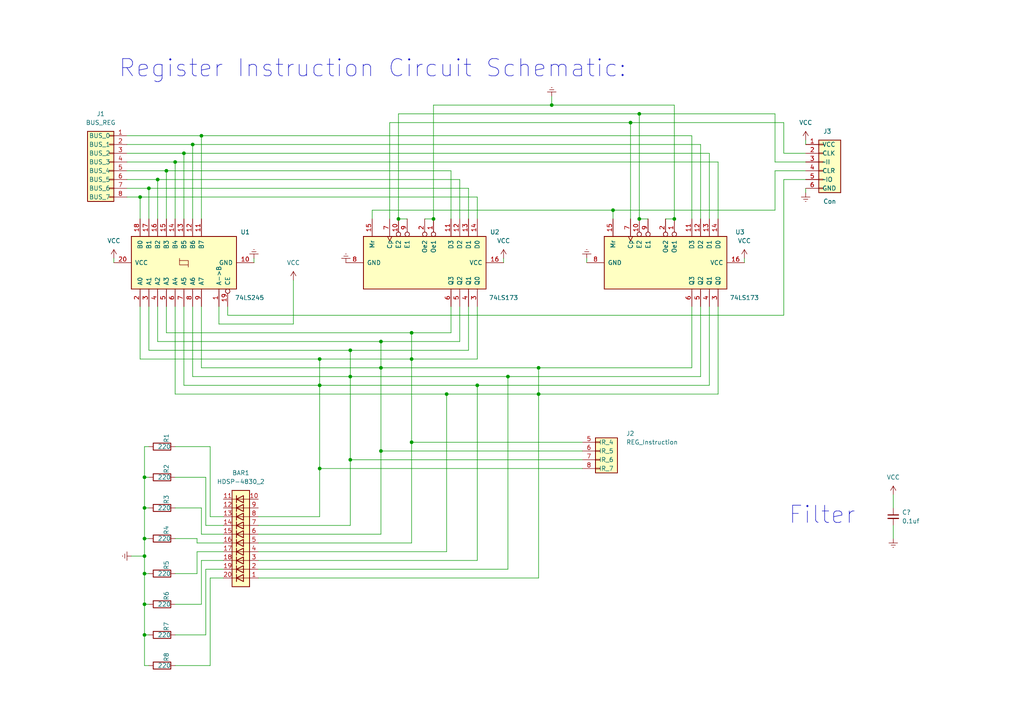
<source format=kicad_sch>
(kicad_sch (version 20211123) (generator eeschema)
  (paper "A4")
  (lib_symbols
    (symbol "74xx:74LS173" (pin_names (offset 1.016))
      (property "Reference" "U" (at -7.62 19.05 0))
      (property "Value" "74LS173" (at -7.62 -19.05 0))
      (symbol "74LS173_1_0"
        (pin input inverted (at -12.7 2.54 0) (length 5.08) (name "Oe1") (number "1"))
        (pin input inverted (at -12.7 -7.62 0) (length 5.08) (name "E2") (number "10"))
        (pin input line (at -12.7 7.62 0) (length 5.08) (name "D3") (number "11"))
        (pin input line (at -12.7 10.16 0) (length 5.08) (name "D2") (number "12"))
        (pin input line (at -12.7 12.7 0) (length 5.08) (name "D1") (number "13"))
        (pin input line (at -12.7 15.24 0) (length 5.08) (name "D0") (number "14"))
        (pin input line (at -12.7 -15.24 0) (length 5.08) (name "Mr") (number "15"))
        (pin power_in line (at 0 22.86 270) (length 5.08) (name "VCC") (number "16"))
        (pin input inverted (at -12.7 0 0) (length 5.08) (name "Oe2") (number "2"))
        (pin tri_state line (at 12.7 15.24 180) (length 5.08) (name "Q0") (number "3"))
        (pin tri_state line (at 12.7 12.7 180) (length 5.08) (name "Q1") (number "4"))
        (pin tri_state line (at 12.7 10.16 180) (length 5.08) (name "Q2") (number "5"))
        (pin tri_state line (at 12.7 7.62 180) (length 5.08) (name "Q3") (number "6"))
        (pin input clock (at -12.7 -10.16 0) (length 5.08) (name "Cp") (number "7"))
        (pin power_in line (at 0 -22.86 90) (length 5.08) (name "GND") (number "8"))
        (pin input inverted (at -12.7 -5.08 0) (length 5.08) (name "E1") (number "9"))
      )
      (symbol "74LS173_1_1"
        (rectangle (start -7.62 17.78) (end 7.62 -17.78) (stroke (width 0.254)) (fill (type background)))
      )
    )
    (symbol "74xx:74LS245" (pin_names (offset 1.016))
      (property "Reference" "U" (at -7.62 16.51 0))
      (property "Value" "74LS245" (at -7.62 -16.51 0))
      (symbol "74LS245_1_0"
        (polyline (pts (xy -0.635 -1.27) (xy -0.635 1.27) (xy 0.635 1.27)))
        (polyline (pts (xy -1.27 -1.27) (xy 0.635 -1.27) (xy 0.635 1.27) (xy 1.27 1.27)))
        (pin input line (at -12.7 -10.16 0) (length 5.08) (name "A->B") (number "1"))
        (pin power_in line (at 0 -20.32 90) (length 5.08) (name "GND") (number "10"))
        (pin tri_state line (at 12.7 -5.08 180) (length 5.08) (name "B7") (number "11"))
        (pin tri_state line (at 12.7 -2.54 180) (length 5.08) (name "B6") (number "12"))
        (pin tri_state line (at 12.7 0 180) (length 5.08) (name "B5") (number "13"))
        (pin tri_state line (at 12.7 2.54 180) (length 5.08) (name "B4") (number "14"))
        (pin tri_state line (at 12.7 5.08 180) (length 5.08) (name "B3") (number "15"))
        (pin tri_state line (at 12.7 7.62 180) (length 5.08) (name "B2") (number "16"))
        (pin tri_state line (at 12.7 10.16 180) (length 5.08) (name "B1") (number "17"))
        (pin tri_state line (at 12.7 12.7 180) (length 5.08) (name "B0") (number "18"))
        (pin input inverted (at -12.7 -12.7 0) (length 5.08) (name "CE") (number "19"))
        (pin tri_state line (at -12.7 12.7 0) (length 5.08) (name "A0") (number "2"))
        (pin power_in line (at 0 20.32 270) (length 5.08) (name "VCC") (number "20"))
        (pin tri_state line (at -12.7 10.16 0) (length 5.08) (name "A1") (number "3"))
        (pin tri_state line (at -12.7 7.62 0) (length 5.08) (name "A2") (number "4"))
        (pin tri_state line (at -12.7 5.08 0) (length 5.08) (name "A3") (number "5"))
        (pin tri_state line (at -12.7 2.54 0) (length 5.08) (name "A4") (number "6"))
        (pin tri_state line (at -12.7 0 0) (length 5.08) (name "A5") (number "7"))
        (pin tri_state line (at -12.7 -2.54 0) (length 5.08) (name "A6") (number "8"))
        (pin tri_state line (at -12.7 -5.08 0) (length 5.08) (name "A7") (number "9"))
      )
      (symbol "74LS245_1_1"
        (rectangle (start -7.62 15.24) (end 7.62 -15.24) (stroke (width 0.254)) (fill (type background)))
      )
    )
    (symbol "Connector_Generic:Conn_01x06" (pin_names (offset 1.016))
      (property "Reference" "J3" (at 0 8.89 0))
      (property "Value" "Con" (at 0 -11.43 0))
      (symbol "Conn_01x06_1_1"
        (rectangle (start -1.27 -7.493) (end 0 -7.747) (stroke (width 0.1524)))
        (rectangle (start -1.27 -4.953) (end 0 -5.207) (stroke (width 0.1524)))
        (rectangle (start -1.27 -2.413) (end 0 -2.667) (stroke (width 0.1524)))
        (rectangle (start -1.27 0.127) (end 0 -0.127) (stroke (width 0.1524)))
        (rectangle (start -1.27 2.667) (end 0 2.413) (stroke (width 0.1524)))
        (rectangle (start -1.27 5.207) (end 0 4.953) (stroke (width 0.1524)))
        (rectangle (start -1.27 6.35) (end 5.08 -8.89) (stroke (width 0.254)) (fill (type background)))
        (pin passive line (at -5.08 5.08 0) (length 3.81) (name "VCC") (number "1"))
        (pin passive line (at -5.08 2.54 0) (length 3.81) (name "CLK") (number "2"))
        (pin passive line (at -5.08 0 0) (length 3.81) (name "~II") (number "3"))
        (pin passive line (at -5.08 -2.54 0) (length 3.81) (name "CLR") (number "4"))
        (pin passive line (at -5.08 -5.08 0) (length 3.81) (name "~IO") (number "5"))
        (pin passive line (at -5.08 -7.62 0) (length 3.81) (name "GND") (number "6"))
      )
    )
    (symbol "Device:C_Small" (pin_numbers hide) (pin_names (offset 0.254) hide)
      (property "Reference" "C" (at 0.254 1.778 0))
      (property "Value" "C_Small" (at 0.254 -2.032 0))
      (symbol "C_Small_0_1"
        (polyline (pts (xy -1.524 -0.508) (xy 1.524 -0.508)) (stroke (width 0.3302)))
        (polyline (pts (xy -1.524 0.508) (xy 1.524 0.508)) (stroke (width 0.3048)))
      )
      (symbol "C_Small_1_1"
        (pin passive line (at 0 2.54 270) (length 2.032) (name "~") (number "1"))
        (pin passive line (at 0 -2.54 90) (length 2.032) (name "~") (number "2"))
      )
    )
    (symbol "Device:R" (pin_numbers hide) (pin_names (offset 0))
      (property "Reference" "R" (at 2.032 0 90))
      (property "Value" "R" (at 0 0 90))
      (symbol "R_0_1"
        (rectangle (start -1.016 -2.54) (end 1.016 2.54) (stroke (width 0.254)))
      )
      (symbol "R_1_1"
        (pin passive line (at 0 3.81 270) (length 1.27) (name "~") (number "1"))
        (pin passive line (at 0 -3.81 90) (length 1.27) (name "~") (number "2"))
      )
    )
    (symbol "Earth_1" (power) (pin_names (offset 0))
      (symbol "Earth_1_0_1"
        (polyline (pts (xy -0.635 -1.905) (xy 0.635 -1.905)))
        (polyline (pts (xy -0.127 -2.54) (xy 0.127 -2.54)))
        (polyline (pts (xy 0 -1.27) (xy 0 0)))
        (polyline (pts (xy 1.27 -1.27) (xy -1.27 -1.27)))
      )
      (symbol "Earth_1_1_1"
        (pin power_in line (at 0 0 270) (length 0) hide (name "Earth") (number "1"))
      )
    )
    (symbol "LED:HDSP-4830_2" (pin_names (offset 1.016) hide)
      (property "Reference" "BAR" (at 0 15.24 0))
      (property "Value" "HDSP-4830_2" (at 0 -17.78 0))
      (symbol "HDSP-4830_2_0_1"
        (rectangle (start -2.54 12.7) (end 2.54 -15.24) (stroke (width 0.254)) (fill (type background)))
        (polyline (pts (xy -2.54 -12.7) (xy 2.54 -12.7)))
        (polyline (pts (xy -2.54 -10.16) (xy 2.54 -10.16)))
        (polyline (pts (xy -2.54 -7.62) (xy 2.54 -7.62)))
        (polyline (pts (xy -2.54 -5.08) (xy 2.54 -5.08)))
        (polyline (pts (xy -2.54 0) (xy 2.54 0)))
        (polyline (pts (xy -2.54 5.08) (xy 2.54 5.08)))
        (polyline (pts (xy -2.54 7.62) (xy 2.54 7.62)))
        (polyline (pts (xy -2.54 10.16) (xy 2.54 10.16)))
        (polyline (pts (xy 1.27 -11.684) (xy 1.27 -13.716)) (stroke (width 0.254)))
        (polyline (pts (xy 1.27 -9.144) (xy 1.27 -11.176)) (stroke (width 0.254)))
        (polyline (pts (xy 1.27 -6.604) (xy 1.27 -8.636)) (stroke (width 0.254)))
        (polyline (pts (xy 1.27 -4.064) (xy 1.27 -6.096)) (stroke (width 0.254)))
        (polyline (pts (xy 1.27 -1.524) (xy 1.27 -3.556)) (stroke (width 0.254)))
        (polyline (pts (xy 1.27 1.016) (xy 1.27 -1.016)) (stroke (width 0.254)))
        (polyline (pts (xy 1.27 3.556) (xy 1.27 1.524)) (stroke (width 0.254)))
        (polyline (pts (xy 1.27 6.096) (xy 1.27 4.064)) (stroke (width 0.254)))
        (polyline (pts (xy 1.27 8.636) (xy 1.27 6.604)) (stroke (width 0.254)))
        (polyline (pts (xy 1.27 11.176) (xy 1.27 9.144)) (stroke (width 0.254)))
        (polyline (pts (xy 2.54 -2.54) (xy -2.54 -2.54)))
        (polyline (pts (xy 2.54 2.54) (xy -2.54 2.54)))
        (polyline (pts (xy -0.762 -11.684) (xy -0.762 -13.716) (xy 1.27 -12.7) (xy -0.762 -11.684)) (stroke (width 0.254)))
        (polyline (pts (xy -0.762 -9.144) (xy -0.762 -11.176) (xy 1.27 -10.16) (xy -0.762 -9.144)) (stroke (width 0.254)))
        (polyline (pts (xy -0.762 -6.604) (xy -0.762 -8.636) (xy 1.27 -7.62) (xy -0.762 -6.604)) (stroke (width 0.254)))
        (polyline (pts (xy -0.762 -4.064) (xy -0.762 -6.096) (xy 1.27 -5.08) (xy -0.762 -4.064)) (stroke (width 0.254)))
        (polyline (pts (xy -0.762 -1.524) (xy -0.762 -3.556) (xy 1.27 -2.54) (xy -0.762 -1.524)) (stroke (width 0.254)))
        (polyline (pts (xy -0.762 1.016) (xy -0.762 -1.016) (xy 1.27 0) (xy -0.762 1.016)) (stroke (width 0.254)))
        (polyline (pts (xy -0.762 3.556) (xy -0.762 1.524) (xy 1.27 2.54) (xy -0.762 3.556)) (stroke (width 0.254)))
        (polyline (pts (xy -0.762 6.096) (xy -0.762 4.064) (xy 1.27 5.08) (xy -0.762 6.096)) (stroke (width 0.254)))
        (polyline (pts (xy -0.762 8.636) (xy -0.762 6.604) (xy 1.27 7.62) (xy -0.762 8.636)) (stroke (width 0.254)))
        (polyline (pts (xy -0.762 11.176) (xy -0.762 9.144) (xy 1.27 10.16) (xy -0.762 11.176)) (stroke (width 0.254)))
      )
      (symbol "HDSP-4830_2_1_1"
        (pin passive line (at -5.08 10.16 0) (length 2.54) (name "A") (number "1"))
        (pin passive line (at -5.08 -12.7 0) (length 2.54) (name "A") (number "10"))
        (pin passive line (at 5.08 -12.7 180) (length 2.54) (name "K") (number "11"))
        (pin passive line (at 5.08 -10.16 180) (length 2.54) (name "K") (number "12"))
        (pin passive line (at 5.08 -7.62 180) (length 2.54) (name "K") (number "13"))
        (pin passive line (at 5.08 -5.08 180) (length 2.54) (name "K") (number "14"))
        (pin passive line (at 5.08 -2.54 180) (length 2.54) (name "K") (number "15"))
        (pin passive line (at 5.08 0 180) (length 2.54) (name "K") (number "16"))
        (pin passive line (at 5.08 2.54 180) (length 2.54) (name "K") (number "17"))
        (pin passive line (at 5.08 5.08 180) (length 2.54) (name "K") (number "18"))
        (pin passive line (at 5.08 7.62 180) (length 2.54) (name "K") (number "19"))
        (pin passive line (at -5.08 7.62 0) (length 2.54) (name "A") (number "2"))
        (pin passive line (at 5.08 10.16 180) (length 2.54) (name "K") (number "20"))
        (pin passive line (at -5.08 5.08 0) (length 2.54) (name "A") (number "3"))
        (pin passive line (at -5.08 2.54 0) (length 2.54) (name "A") (number "4"))
        (pin passive line (at -5.08 0 0) (length 2.54) (name "A") (number "5"))
        (pin passive line (at -5.08 -2.54 0) (length 2.54) (name "A") (number "6"))
        (pin passive line (at -5.08 -5.08 0) (length 2.54) (name "A") (number "7"))
        (pin passive line (at -5.08 -7.62 0) (length 2.54) (name "A") (number "8"))
        (pin passive line (at -5.08 -10.16 0) (length 2.54) (name "A") (number "9"))
      )
    )
    (symbol "Register_A_Library:BUS_REG" (pin_names (offset 1.016))
      (property "Reference" "J?" (at 0 16.51 0))
      (property "Value" "BUS_REG" (at 0 13.97 0))
      (symbol "BUS_REG_1_1"
        (rectangle (start -1.27 -10.033) (end 0 -10.287) (stroke (width 0.1524)))
        (rectangle (start -1.27 -7.493) (end 0 -7.747) (stroke (width 0.1524)))
        (rectangle (start -1.27 -4.953) (end 0 -5.207) (stroke (width 0.1524)))
        (rectangle (start -1.27 -2.413) (end 0 -2.667) (stroke (width 0.1524)))
        (rectangle (start -1.27 0.127) (end 0 -0.127) (stroke (width 0.1524)))
        (rectangle (start -1.27 2.667) (end 0 2.413) (stroke (width 0.1524)))
        (rectangle (start -1.27 5.207) (end 0 4.953) (stroke (width 0.1524)))
        (rectangle (start -1.27 7.747) (end 0 7.493) (stroke (width 0.1524)))
        (rectangle (start -1.27 8.89) (end 6.35 -11.43) (stroke (width 0.254)) (fill (type background)))
        (pin passive line (at -5.08 7.62 0) (length 3.81) (name "BUS_0") (number "1"))
        (pin passive line (at -5.08 5.08 0) (length 3.81) (name "BUS_1") (number "2"))
        (pin passive line (at -5.08 2.54 0) (length 3.81) (name "BUS_2") (number "3"))
        (pin passive line (at -5.08 0 0) (length 3.81) (name "BUS_3") (number "4"))
        (pin passive line (at -5.08 -2.54 0) (length 3.81) (name "BUS_4") (number "5"))
        (pin passive line (at -5.08 -5.08 0) (length 3.81) (name "BUS_5") (number "6"))
        (pin passive line (at -5.08 -7.62 0) (length 3.81) (name "BUS_6") (number "7"))
        (pin passive line (at -5.08 -10.16 0) (length 3.81) (name "BUS_7") (number "8"))
      )
    )
    (symbol "Register_A_Library:REG_A" (pin_names (offset 1.016))
      (property "Reference" "J2" (at 7.62 0.0001 0))
      (property "Value" "REG_Instruction" (at 7.62 -2.5399 0))
      (symbol "REG_A_1_1"
        (rectangle (start -1.27 -10.033) (end 0 -10.287) (stroke (width 0.1524)))
        (rectangle (start -1.27 -7.493) (end 0 -7.747) (stroke (width 0.1524)))
        (rectangle (start -1.27 -4.953) (end 0 -5.207) (stroke (width 0.1524)))
        (rectangle (start -1.27 -2.413) (end 0 -2.667) (stroke (width 0.1524)))
        (rectangle (start -1.27 -1.27) (end 5.08 -11.43) (stroke (width 0.254)) (fill (type background)))
        (pin passive line (at -5.08 -2.54 0) (length 3.81) (name "IR_4") (number "5"))
        (pin passive line (at -5.08 -5.08 0) (length 3.81) (name "IR_5") (number "6"))
        (pin passive line (at -5.08 -7.62 0) (length 3.81) (name "IR_6") (number "7"))
        (pin passive line (at -5.08 -10.16 0) (length 3.81) (name "IR_7") (number "8"))
      )
    )
    (symbol "power:Earth" (power) (pin_names (offset 0))
      (symbol "Earth_0_1"
        (polyline (pts (xy -0.635 -1.905) (xy 0.635 -1.905)))
        (polyline (pts (xy -0.127 -2.54) (xy 0.127 -2.54)))
        (polyline (pts (xy 0 -1.27) (xy 0 0)))
        (polyline (pts (xy 1.27 -1.27) (xy -1.27 -1.27)))
      )
      (symbol "Earth_1_1"
        (pin power_in line (at 0 0 270) (length 0) hide (name "Earth") (number "1"))
      )
    )
    (symbol "power:VCC" (power) (pin_names (offset 0))
      (property "Value" "VCC" (at 0 3.81 0))
      (symbol "VCC_0_1"
        (polyline (pts (xy -0.762 1.27) (xy 0 2.54)))
        (polyline (pts (xy 0 0) (xy 0 2.54)))
        (polyline (pts (xy 0 2.54) (xy 0.762 1.27)))
      )
      (symbol "VCC_1_1"
        (pin power_in line (at 0 0 90) (length 0) hide (name "VCC") (number "1"))
      )
    )
  )
  (junction (at 138.43 111.76))
  (junction (at 110.49 130.81))
  (junction (at 41.91 156.21))
  (junction (at 41.91 184.15))
  (junction (at 92.71 104.14))
  (junction (at 92.71 111.76))
  (junction (at 119.38 128.27))
  (junction (at 41.91 175.26))
  (junction (at 101.6 133.35))
  (junction (at 156.21 114.3))
  (junction (at 156.21 106.68))
  (junction (at 41.91 166.37))
  (junction (at 48.26 49.53))
  (junction (at 101.6 109.22))
  (junction (at 55.88 41.91))
  (junction (at 40.64 57.15))
  (junction (at 92.71 135.89))
  (junction (at 182.88 35.56))
  (junction (at 41.91 161.29))
  (junction (at 115.57 63.5))
  (junction (at 129.54 114.3))
  (junction (at 195.58 63.5))
  (junction (at 41.91 138.43))
  (junction (at 185.42 63.5))
  (junction (at 119.38 104.14))
  (junction (at 58.42 39.37))
  (junction (at 110.49 106.68))
  (junction (at 101.6 101.6))
  (junction (at 177.8 60.96))
  (junction (at 160.02 30.48))
  (junction (at 53.34 44.45))
  (junction (at 185.42 33.02))
  (junction (at 119.38 96.52))
  (junction (at 110.49 99.06))
  (junction (at 147.32 109.22))
  (junction (at 43.18 54.61))
  (junction (at 50.8 46.99))
  (junction (at 45.72 52.07))
  (junction (at 125.73 63.5))
  (junction (at 41.91 147.32))
  (wire (pts (xy 41.91 184.15) (xy 41.91 175.26)))
  (wire (pts (xy 58.42 106.68) (xy 58.42 88.9)))
  (wire (pts (xy 58.42 39.37) (xy 200.66 39.37)))
  (wire (pts (xy 92.71 111.76) (xy 92.71 135.89)))
  (wire (pts (xy 41.91 193.04) (xy 41.91 184.15)))
  (wire (pts (xy 63.5 88.9) (xy 63.5 93.98)))
  (wire (pts (xy 36.83 39.37) (xy 58.42 39.37)))
  (wire (pts (xy 60.96 167.64) (xy 64.77 167.64)))
  (wire (pts (xy 110.49 99.06) (xy 45.72 99.06)))
  (wire (pts (xy 50.8 114.3) (xy 129.54 114.3)))
  (wire (pts (xy 45.72 63.5) (xy 45.72 52.07)))
  (wire (pts (xy 41.91 166.37) (xy 43.18 166.37)))
  (wire (pts (xy 53.34 44.45) (xy 205.74 44.45)))
  (wire (pts (xy 58.42 154.94) (xy 58.42 147.32)))
  (wire (pts (xy 119.38 128.27) (xy 168.91 128.27)))
  (wire (pts (xy 224.79 60.96) (xy 224.79 49.53)))
  (wire (pts (xy 123.19 63.5) (xy 125.73 63.5)))
  (wire (pts (xy 41.91 156.21) (xy 43.18 156.21)))
  (wire (pts (xy 110.49 130.81) (xy 168.91 130.81)))
  (wire (pts (xy 119.38 157.48) (xy 74.93 157.48)))
  (wire (pts (xy 160.02 27.94) (xy 160.02 30.48)))
  (wire (pts (xy 130.81 49.53) (xy 130.81 63.5)))
  (wire (pts (xy 138.43 104.14) (xy 119.38 104.14)))
  (wire (pts (xy 92.71 104.14) (xy 40.64 104.14)))
  (wire (pts (xy 233.68 55.88) (xy 233.68 54.61)))
  (wire (pts (xy 33.02 74.93) (xy 33.02 76.2)))
  (wire (pts (xy 53.34 44.45) (xy 53.34 63.5)))
  (wire (pts (xy 224.79 33.02) (xy 224.79 46.99)))
  (wire (pts (xy 41.91 184.15) (xy 43.18 184.15)))
  (wire (pts (xy 66.04 91.44) (xy 227.33 91.44)))
  (wire (pts (xy 50.8 88.9) (xy 50.8 114.3)))
  (wire (pts (xy 58.42 63.5) (xy 58.42 39.37)))
  (wire (pts (xy 85.09 93.98) (xy 85.09 81.28)))
  (wire (pts (xy 129.54 114.3) (xy 129.54 160.02)))
  (wire (pts (xy 135.89 54.61) (xy 135.89 63.5)))
  (wire (pts (xy 215.9 74.93) (xy 215.9 76.2)))
  (wire (pts (xy 156.21 167.64) (xy 74.93 167.64)))
  (wire (pts (xy 48.26 49.53) (xy 130.81 49.53)))
  (wire (pts (xy 101.6 101.6) (xy 43.18 101.6)))
  (wire (pts (xy 40.64 88.9) (xy 40.64 104.14)))
  (wire (pts (xy 110.49 154.94) (xy 74.93 154.94)))
  (wire (pts (xy 48.26 96.52) (xy 48.26 88.9)))
  (wire (pts (xy 50.8 193.04) (xy 60.96 193.04)))
  (wire (pts (xy 129.54 160.02) (xy 74.93 160.02)))
  (wire (pts (xy 133.35 88.9) (xy 133.35 99.06)))
  (wire (pts (xy 55.88 88.9) (xy 55.88 109.22)))
  (wire (pts (xy 110.49 106.68) (xy 110.49 99.06)))
  (wire (pts (xy 92.71 135.89) (xy 92.71 149.86)))
  (wire (pts (xy 41.91 156.21) (xy 41.91 147.32)))
  (wire (pts (xy 101.6 133.35) (xy 101.6 152.4)))
  (wire (pts (xy 208.28 46.99) (xy 208.28 63.5)))
  (wire (pts (xy 64.77 149.86) (xy 60.96 149.86)))
  (wire (pts (xy 36.83 41.91) (xy 55.88 41.91)))
  (wire (pts (xy 57.15 157.48) (xy 57.15 156.21)))
  (wire (pts (xy 146.05 74.93) (xy 146.05 76.2)))
  (wire (pts (xy 57.15 160.02) (xy 57.15 166.37)))
  (wire (pts (xy 224.79 46.99) (xy 233.68 46.99)))
  (wire (pts (xy 200.66 63.5) (xy 200.66 39.37)))
  (wire (pts (xy 48.26 96.52) (xy 119.38 96.52)))
  (wire (pts (xy 119.38 104.14) (xy 92.71 104.14)))
  (wire (pts (xy 160.02 30.48) (xy 195.58 30.48)))
  (wire (pts (xy 40.64 57.15) (xy 40.64 63.5)))
  (wire (pts (xy 156.21 114.3) (xy 208.28 114.3)))
  (wire (pts (xy 101.6 109.22) (xy 55.88 109.22)))
  (wire (pts (xy 64.77 152.4) (xy 59.69 152.4)))
  (wire (pts (xy 138.43 88.9) (xy 138.43 104.14)))
  (wire (pts (xy 119.38 128.27) (xy 119.38 104.14)))
  (wire (pts (xy 50.8 46.99) (xy 50.8 63.5)))
  (wire (pts (xy 205.74 44.45) (xy 205.74 63.5)))
  (wire (pts (xy 227.33 52.07) (xy 233.68 52.07)))
  (wire (pts (xy 259.08 152.4) (xy 259.08 156.21)))
  (wire (pts (xy 208.28 114.3) (xy 208.28 88.9)))
  (wire (pts (xy 41.91 138.43) (xy 41.91 129.54)))
  (wire (pts (xy 138.43 111.76) (xy 138.43 162.56)))
  (wire (pts (xy 119.38 96.52) (xy 130.81 96.52)))
  (wire (pts (xy 41.91 147.32) (xy 41.91 138.43)))
  (wire (pts (xy 135.89 88.9) (xy 135.89 101.6)))
  (wire (pts (xy 59.69 152.4) (xy 59.69 138.43)))
  (wire (pts (xy 125.73 30.48) (xy 160.02 30.48)))
  (wire (pts (xy 193.04 63.5) (xy 195.58 63.5)))
  (wire (pts (xy 185.42 63.5) (xy 185.42 33.02)))
  (wire (pts (xy 64.77 154.94) (xy 58.42 154.94)))
  (wire (pts (xy 110.49 106.68) (xy 58.42 106.68)))
  (wire (pts (xy 177.8 60.96) (xy 177.8 63.5)))
  (wire (pts (xy 92.71 111.76) (xy 53.34 111.76)))
  (wire (pts (xy 135.89 101.6) (xy 101.6 101.6)))
  (wire (pts (xy 64.77 157.48) (xy 57.15 157.48)))
  (wire (pts (xy 185.42 33.02) (xy 224.79 33.02)))
  (wire (pts (xy 203.2 41.91) (xy 203.2 63.5)))
  (wire (pts (xy 119.38 104.14) (xy 119.38 96.52)))
  (wire (pts (xy 36.83 57.15) (xy 40.64 57.15)))
  (wire (pts (xy 118.11 63.5) (xy 115.57 63.5)))
  (wire (pts (xy 58.42 162.56) (xy 64.77 162.56)))
  (wire (pts (xy 110.49 130.81) (xy 110.49 154.94)))
  (wire (pts (xy 41.91 147.32) (xy 43.18 147.32)))
  (wire (pts (xy 50.8 46.99) (xy 208.28 46.99)))
  (wire (pts (xy 203.2 88.9) (xy 203.2 109.22)))
  (wire (pts (xy 59.69 138.43) (xy 50.8 138.43)))
  (wire (pts (xy 36.83 54.61) (xy 43.18 54.61)))
  (wire (pts (xy 57.15 156.21) (xy 50.8 156.21)))
  (wire (pts (xy 60.96 193.04) (xy 60.96 167.64)))
  (wire (pts (xy 147.32 109.22) (xy 101.6 109.22)))
  (wire (pts (xy 130.81 88.9) (xy 130.81 96.52)))
  (wire (pts (xy 182.88 35.56) (xy 182.88 63.5)))
  (wire (pts (xy 41.91 175.26) (xy 43.18 175.26)))
  (wire (pts (xy 41.91 161.29) (xy 41.91 156.21)))
  (wire (pts (xy 138.43 111.76) (xy 92.71 111.76)))
  (wire (pts (xy 133.35 99.06) (xy 110.49 99.06)))
  (wire (pts (xy 66.04 88.9) (xy 66.04 91.44)))
  (wire (pts (xy 41.91 166.37) (xy 41.91 161.29)))
  (wire (pts (xy 133.35 52.07) (xy 133.35 63.5)))
  (wire (pts (xy 129.54 114.3) (xy 156.21 114.3)))
  (wire (pts (xy 156.21 114.3) (xy 156.21 106.68)))
  (wire (pts (xy 48.26 49.53) (xy 48.26 63.5)))
  (wire (pts (xy 170.18 74.93) (xy 170.18 76.2)))
  (wire (pts (xy 203.2 109.22) (xy 147.32 109.22)))
  (wire (pts (xy 50.8 184.15) (xy 59.69 184.15)))
  (wire (pts (xy 45.72 99.06) (xy 45.72 88.9)))
  (wire (pts (xy 185.42 63.5) (xy 187.96 63.5)))
  (wire (pts (xy 43.18 54.61) (xy 135.89 54.61)))
  (wire (pts (xy 138.43 162.56) (xy 74.93 162.56)))
  (wire (pts (xy 119.38 128.27) (xy 119.38 157.48)))
  (wire (pts (xy 115.57 33.02) (xy 185.42 33.02)))
  (wire (pts (xy 205.74 88.9) (xy 205.74 111.76)))
  (wire (pts (xy 147.32 109.22) (xy 147.32 165.1)))
  (wire (pts (xy 40.64 57.15) (xy 138.43 57.15)))
  (wire (pts (xy 36.83 52.07) (xy 45.72 52.07)))
  (wire (pts (xy 182.88 35.56) (xy 227.33 35.56)))
  (wire (pts (xy 107.95 60.96) (xy 177.8 60.96)))
  (wire (pts (xy 227.33 35.56) (xy 227.33 44.45)))
  (wire (pts (xy 138.43 57.15) (xy 138.43 63.5)))
  (wire (pts (xy 57.15 166.37) (xy 50.8 166.37)))
  (wire (pts (xy 36.83 44.45) (xy 53.34 44.45)))
  (wire (pts (xy 58.42 175.26) (xy 58.42 162.56)))
  (wire (pts (xy 41.91 161.29) (xy 38.1 161.29)))
  (wire (pts (xy 224.79 49.53) (xy 233.68 49.53)))
  (wire (pts (xy 227.33 52.07) (xy 227.33 91.44)))
  (wire (pts (xy 92.71 111.76) (xy 92.71 104.14)))
  (wire (pts (xy 147.32 165.1) (xy 74.93 165.1)))
  (wire (pts (xy 200.66 106.68) (xy 156.21 106.68)))
  (wire (pts (xy 227.33 44.45) (xy 233.68 44.45)))
  (wire (pts (xy 101.6 109.22) (xy 101.6 101.6)))
  (wire (pts (xy 60.96 149.86) (xy 60.96 129.54)))
  (wire (pts (xy 73.66 74.93) (xy 73.66 76.2)))
  (wire (pts (xy 41.91 175.26) (xy 41.91 166.37)))
  (wire (pts (xy 113.03 63.5) (xy 113.03 35.56)))
  (wire (pts (xy 55.88 41.91) (xy 203.2 41.91)))
  (wire (pts (xy 101.6 133.35) (xy 168.91 133.35)))
  (wire (pts (xy 205.74 111.76) (xy 138.43 111.76)))
  (wire (pts (xy 60.96 129.54) (xy 50.8 129.54)))
  (wire (pts (xy 59.69 184.15) (xy 59.69 165.1)))
  (wire (pts (xy 115.57 33.02) (xy 115.57 63.5)))
  (wire (pts (xy 156.21 106.68) (xy 110.49 106.68)))
  (wire (pts (xy 156.21 114.3) (xy 156.21 167.64)))
  (wire (pts (xy 50.8 175.26) (xy 58.42 175.26)))
  (wire (pts (xy 200.66 88.9) (xy 200.66 106.68)))
  (wire (pts (xy 43.18 193.04) (xy 41.91 193.04)))
  (wire (pts (xy 59.69 165.1) (xy 64.77 165.1)))
  (wire (pts (xy 43.18 54.61) (xy 43.18 63.5)))
  (wire (pts (xy 58.42 147.32) (xy 50.8 147.32)))
  (wire (pts (xy 125.73 63.5) (xy 125.73 30.48)))
  (wire (pts (xy 259.08 143.51) (xy 259.08 147.32)))
  (wire (pts (xy 107.95 63.5) (xy 107.95 60.96)))
  (wire (pts (xy 36.83 46.99) (xy 50.8 46.99)))
  (wire (pts (xy 177.8 60.96) (xy 224.79 60.96)))
  (wire (pts (xy 113.03 35.56) (xy 182.88 35.56)))
  (wire (pts (xy 233.68 40.64) (xy 233.68 41.91)))
  (wire (pts (xy 92.71 149.86) (xy 74.93 149.86)))
  (wire (pts (xy 43.18 101.6) (xy 43.18 88.9)))
  (wire (pts (xy 55.88 41.91) (xy 55.88 63.5)))
  (wire (pts (xy 110.49 106.68) (xy 110.49 130.81)))
  (wire (pts (xy 41.91 129.54) (xy 43.18 129.54)))
  (wire (pts (xy 195.58 30.48) (xy 195.58 63.5)))
  (wire (pts (xy 64.77 160.02) (xy 57.15 160.02)))
  (wire (pts (xy 53.34 88.9) (xy 53.34 111.76)))
  (wire (pts (xy 101.6 152.4) (xy 74.93 152.4)))
  (wire (pts (xy 36.83 49.53) (xy 48.26 49.53)))
  (wire (pts (xy 92.71 135.89) (xy 168.91 135.89)))
  (wire (pts (xy 41.91 138.43) (xy 43.18 138.43)))
  (wire (pts (xy 45.72 52.07) (xy 133.35 52.07)))
  (wire (pts (xy 101.6 109.22) (xy 101.6 133.35)))
  (wire (pts (xy 63.5 93.98) (xy 85.09 93.98)))
  (text "Register Instruction Circuit Schematic:" (at 34.29 22.86 0) (effects (font (size 5 5)) (justify left bottom)))
  (text "Filter" (at 228.6 152.4 0) (effects (font (size 5 5)) (justify left bottom)))
  (symbol (lib_id "power:Earth") (at 38.1 161.29 270) (unit 1)
    (property "Reference" "#PWR02" (effects hide))
    (property "Value" "Earth" (effects hide))
  )
  (symbol (lib_id "Register_A_Library:BUS_REG") (at 31.75 46.99 0) (mirror y) (unit 1)
    (property "Reference" "J1" (at 29.21 33.02 0))
    (property "Value" "BUS_REG" (at 29.21 35.56 0))
    (property "Footprint" "Connector_PinHeader_1.00mm:PinHeader_1x08_P1.00mm_Vertical" (effects hide))
  )
  (symbol (lib_id "Device:R") (at 46.99 184.15 90) (unit 1)
    (property "Reference" "R7" (at 48.26 180.34 0) (effects (justify right)))
    (property "Value" "220" (at 45.72 184.15 90) (effects (justify right)))
    (property "Footprint" "Resistor_THT:R_Axial_DIN0204_L3.6mm_D1.6mm_P5.08mm_Horizontal" (effects hide))
  )
  (symbol (lib_id "power:VCC") (at 259.08 143.51 0) (unit 1)
    (property "Reference" "#PWR?" (effects hide))
    (property "Value" "VCC" (at 259.08 138.43 0))
  )
  (symbol (lib_id "LED:HDSP-4830_2") (at 69.85 157.48 180) (unit 1)
    (property "Reference" "BAR1" (at 69.85 137.16 0))
    (property "Value" "HDSP-4830_2" (at 69.85 139.7 0))
    (property "Footprint" "Display:HDSP-4830" (effects hide))
    (property "Datasheet" "https://docs.broadcom.com/docs/AV02-1798EN" (effects hide))
  )
  (symbol (lib_id "power:VCC") (at 146.05 74.93 0) (unit 1)
    (property "Reference" "#PWR06" (effects hide))
    (property "Value" "VCC" (at 146.05 69.85 0))
  )
  (symbol (lib_name "Earth_1") (lib_id "power:Earth") (at 259.08 156.21 0) (unit 1)
    (property "Reference" "#PWR?" (effects hide))
    (property "Value" "Earth" (effects hide))
  )
  (symbol (lib_id "power:Earth") (at 100.33 76.2 180) (unit 1)
    (property "Reference" "#PWR05" (effects hide))
    (property "Value" "Earth" (effects hide))
  )
  (symbol (lib_id "power:Earth") (at 160.02 27.94 180) (unit 1)
    (property "Reference" "#PWR07" (effects hide))
    (property "Value" "Earth" (effects hide))
  )
  (symbol (lib_id "Device:C_Small") (at 259.08 149.86 0) (unit 1)
    (property "Reference" "C?" (at 261.62 148.5962 0) (effects (justify left)))
    (property "Value" "0.1uf" (at 261.62 151.1362 0) (effects (justify left)))
  )
  (symbol (lib_id "Device:R") (at 46.99 156.21 90) (unit 1)
    (property "Reference" "R4" (at 48.26 152.4 0) (effects (justify right)))
    (property "Value" "220" (at 45.72 156.21 90) (effects (justify right)))
    (property "Footprint" "Resistor_THT:R_Axial_DIN0204_L3.6mm_D1.6mm_P5.08mm_Horizontal" (effects hide))
  )
  (symbol (lib_id "Device:R") (at 46.99 193.04 90) (unit 1)
    (property "Reference" "R8" (at 48.26 189.23 0) (effects (justify right)))
    (property "Value" "220" (at 45.72 193.04 90) (effects (justify right)))
    (property "Footprint" "Resistor_THT:R_Axial_DIN0204_L3.6mm_D1.6mm_P5.08mm_Horizontal" (effects hide))
  )
  (symbol (lib_id "power:Earth") (at 73.66 74.93 180) (unit 1)
    (property "Reference" "#PWR03" (effects hide))
    (property "Value" "Earth" (effects hide))
  )
  (symbol (lib_id "power:Earth") (at 170.18 74.93 180) (unit 1)
    (property "Reference" "#PWR08" (effects hide))
    (property "Value" "Earth" (effects hide))
  )
  (symbol (lib_id "Connector_Generic:Conn_01x06") (at 238.76 46.99 0) (unit 1)
    (property "Reference" "J3" (at 238.76 38.1 0) (effects (justify left)))
    (property "Value" "Con" (at 238.76 58.42 0) (effects (justify left)))
    (property "Footprint" "Connector_PinHeader_1.00mm:PinHeader_1x06_P1.00mm_Vertical" (effects hide))
  )
  (symbol (lib_id "Device:R") (at 46.99 129.54 90) (unit 1)
    (property "Reference" "R1" (at 48.26 125.73 0) (effects (justify right)))
    (property "Value" "220" (at 45.72 129.54 90) (effects (justify right)))
    (property "Footprint" "Resistor_THT:R_Axial_DIN0204_L3.6mm_D1.6mm_P5.08mm_Horizontal" (effects hide))
  )
  (symbol (lib_id "power:VCC") (at 215.9 74.93 0) (unit 1)
    (property "Reference" "#PWR09" (effects hide))
    (property "Value" "VCC" (at 215.9 69.85 0))
  )
  (symbol (lib_id "74xx:74LS245") (at 53.34 76.2 90) (unit 1)
    (property "Reference" "U1" (at 71.12 67.31 90))
    (property "Value" "74LS245" (at 72.39 86.36 90))
    (property "Footprint" "Package_DIP:DIP-20_W7.62mm" (effects hide))
    (property "Datasheet" "http://www.ti.com/lit/gpn/sn74LS245" (effects hide))
  )
  (symbol (lib_id "74xx:74LS173") (at 123.19 76.2 270) (unit 1)
    (property "Reference" "U2" (at 143.51 67.31 90))
    (property "Value" "74LS173" (at 146.05 86.36 90))
    (property "Footprint" "Package_DIP:DIP-16_W7.62mm" (effects hide))
    (property "Datasheet" "http://www.ti.com/lit/gpn/sn74LS173" (effects hide))
  )
  (symbol (lib_id "Register_A_Library:REG_A") (at 173.99 125.73 0) (unit 1)
    (property "Reference" "J2" (at 181.61 125.7299 0) (effects (justify left)))
    (property "Value" "REG_Instruction" (at 181.61 128.2699 0) (effects (justify left)))
    (property "Footprint" "Connector_PinHeader_1.00mm:PinHeader_1x08_P1.00mm_Vertical" (effects hide))
  )
  (symbol (lib_id "Device:R") (at 46.99 166.37 90) (unit 1)
    (property "Reference" "R5" (at 48.26 162.56 0) (effects (justify right)))
    (property "Value" "220" (at 45.72 166.37 90) (effects (justify right)))
    (property "Footprint" "Resistor_THT:R_Axial_DIN0204_L3.6mm_D1.6mm_P5.08mm_Horizontal" (effects hide))
  )
  (symbol (lib_id "Device:R") (at 46.99 147.32 90) (unit 1)
    (property "Reference" "R3" (at 48.26 143.51 0) (effects (justify right)))
    (property "Value" "220" (at 45.72 147.32 90) (effects (justify right)))
    (property "Footprint" "Resistor_THT:R_Axial_DIN0204_L3.6mm_D1.6mm_P5.08mm_Horizontal" (effects hide))
  )
  (symbol (lib_id "Device:R") (at 46.99 175.26 90) (unit 1)
    (property "Reference" "R6" (at 48.26 171.45 0) (effects (justify right)))
    (property "Value" "220" (at 45.72 175.26 90) (effects (justify right)))
    (property "Footprint" "Resistor_THT:R_Axial_DIN0204_L3.6mm_D1.6mm_P5.08mm_Horizontal" (effects hide))
  )
  (symbol (lib_id "74xx:74LS173") (at 193.04 76.2 270) (unit 1)
    (property "Reference" "U3" (at 214.63 67.31 90))
    (property "Value" "74LS173" (at 215.9 86.36 90))
    (property "Footprint" "Package_DIP:DIP-16_W7.62mm" (effects hide))
    (property "Datasheet" "http://www.ti.com/lit/gpn/sn74LS173" (effects hide))
  )
  (symbol (lib_id "Device:R") (at 46.99 138.43 90) (unit 1)
    (property "Reference" "R2" (at 48.26 134.62 0) (effects (justify right)))
    (property "Value" "220" (at 45.72 138.43 90) (effects (justify right)))
    (property "Footprint" "Resistor_THT:R_Axial_DIN0204_L3.6mm_D1.6mm_P5.08mm_Horizontal" (effects hide))
  )
  (symbol (lib_id "power:VCC") (at 33.02 74.93 0) (unit 1)
    (property "Reference" "#PWR01" (effects hide))
    (property "Value" "VCC" (at 33.02 69.85 0))
  )
  (symbol (lib_id "power:VCC") (at 233.68 40.64 0) (unit 1)
    (property "Reference" "#PWR010" (effects hide))
    (property "Value" "VCC" (at 233.68 35.56 0))
  )
  (symbol (lib_id "power:Earth") (at 233.68 55.88 0) (unit 1)
    (property "Reference" "#PWR011" (effects hide))
    (property "Value" "Earth" (effects hide))
  )
  (symbol (lib_id "power:VCC") (at 85.09 81.28 0) (unit 1)
    (property "Reference" "#PWR04" (effects hide))
    (property "Value" "VCC" (at 85.09 76.2 0))
  )
)
</source>
